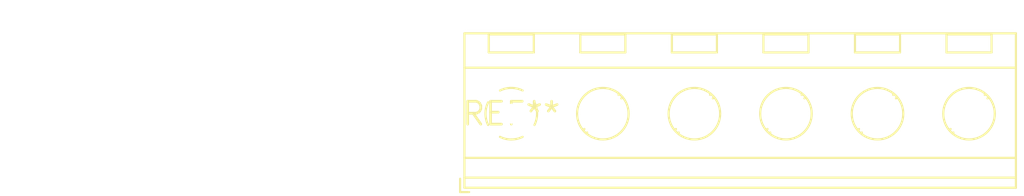
<source format=kicad_pcb>
(kicad_pcb (version 20240108) (generator pcbnew)
  (layers (0 "F.Cu" signal) (31 "B.Cu" signal) (34 "B.Paste" user) (35 "F.Paste" user) (36 "B.SilkS" user "B.Silkscreen") (37 "F.SilkS" user "F.Silkscreen") (38 "B.Mask" user) (39 "F.Mask" user) (44 "Edge.Cuts" user))
  (net 0 "")
  (footprint "TerminalBlock_RND_205-00236_1x06_P5.08mm_Horizontal" (layer "F.Cu") (at 0 0)
    (property "Reference" "REF**")
    (property "Value" "TerminalBlock_RND_205-00236_1x06_P5.08mm_Horizontal")
    (fp_line (start -2.84 3.61) (end -2.84 4.35) (layer "F.SilkS") (stroke (width 0.12)))
    (fp_line (start -2.84 4.35) (end -2.34 4.35) (layer "F.SilkS") (stroke (width 0.12)))
    (fp_line (start -2.6 -4.46) (end -2.6 4.11) (layer "F.SilkS") (stroke (width 0.12)))
    (fp_line (start -2.6 -4.46) (end 28 -4.46) (layer "F.SilkS") (stroke (width 0.12)))
    (fp_line (start -2.6 -2.55) (end 28 -2.55) (layer "F.SilkS") (stroke (width 0.12)))
    (fp_line (start -2.6 2.45) (end 28 2.45) (layer "F.SilkS") (stroke (width 0.12)))
    (fp_line (start -2.6 3.55) (end 28 3.55) (layer "F.SilkS") (stroke (width 0.12)))
    (fp_line (start -2.6 4.11) (end 28 4.11) (layer "F.SilkS") (stroke (width 0.12)))
    (fp_line (start -1.25 -4.4) (end -1.25 -3.4) (layer "F.SilkS") (stroke (width 0.12)))
    (fp_line (start -1.25 -4.4) (end 1.25 -4.4) (layer "F.SilkS") (stroke (width 0.12)))
    (fp_line (start -1.25 -3.4) (end 1.25 -3.4) (layer "F.SilkS") (stroke (width 0.12)))
    (fp_line (start 1.25 -4.4) (end 1.25 -3.4) (layer "F.SilkS") (stroke (width 0.12)))
    (fp_line (start 3.83 -4.4) (end 3.83 -3.4) (layer "F.SilkS") (stroke (width 0.12)))
    (fp_line (start 3.83 -4.4) (end 6.33 -4.4) (layer "F.SilkS") (stroke (width 0.12)))
    (fp_line (start 3.83 -3.4) (end 6.33 -3.4) (layer "F.SilkS") (stroke (width 0.12)))
    (fp_line (start 4.056 0.85) (end 3.996 0.91) (layer "F.SilkS") (stroke (width 0.12)))
    (fp_line (start 4.21 1.045) (end 4.17 1.085) (layer "F.SilkS") (stroke (width 0.12)))
    (fp_line (start 5.991 -1.085) (end 5.951 -1.045) (layer "F.SilkS") (stroke (width 0.12)))
    (fp_line (start 6.165 -0.91) (end 6.105 -0.851) (layer "F.SilkS") (stroke (width 0.12)))
    (fp_line (start 6.33 -4.4) (end 6.33 -3.4) (layer "F.SilkS") (stroke (width 0.12)))
    (fp_line (start 8.91 -4.4) (end 8.91 -3.4) (layer "F.SilkS") (stroke (width 0.12)))
    (fp_line (start 8.91 -4.4) (end 11.41 -4.4) (layer "F.SilkS") (stroke (width 0.12)))
    (fp_line (start 8.91 -3.4) (end 11.41 -3.4) (layer "F.SilkS") (stroke (width 0.12)))
    (fp_line (start 9.136 0.85) (end 9.076 0.91) (layer "F.SilkS") (stroke (width 0.12)))
    (fp_line (start 9.29 1.045) (end 9.25 1.085) (layer "F.SilkS") (stroke (width 0.12)))
    (fp_line (start 11.071 -1.085) (end 11.031 -1.045) (layer "F.SilkS") (stroke (width 0.12)))
    (fp_line (start 11.245 -0.91) (end 11.185 -0.851) (layer "F.SilkS") (stroke (width 0.12)))
    (fp_line (start 11.41 -4.4) (end 11.41 -3.4) (layer "F.SilkS") (stroke (width 0.12)))
    (fp_line (start 13.99 -4.4) (end 13.99 -3.4) (layer "F.SilkS") (stroke (width 0.12)))
    (fp_line (start 13.99 -4.4) (end 16.49 -4.4) (layer "F.SilkS") (stroke (width 0.12)))
    (fp_line (start 13.99 -3.4) (end 16.49 -3.4) (layer "F.SilkS") (stroke (width 0.12)))
    (fp_line (start 14.216 0.85) (end 14.156 0.91) (layer "F.SilkS") (stroke (width 0.12)))
    (fp_line (start 14.37 1.045) (end 14.33 1.085) (layer "F.SilkS") (stroke (width 0.12)))
    (fp_line (start 16.151 -1.085) (end 16.111 -1.045) (layer "F.SilkS") (stroke (width 0.12)))
    (fp_line (start 16.325 -0.91) (end 16.265 -0.851) (layer "F.SilkS") (stroke (width 0.12)))
    (fp_line (start 16.49 -4.4) (end 16.49 -3.4) (layer "F.SilkS") (stroke (width 0.12)))
    (fp_line (start 19.07 -4.4) (end 19.07 -3.4) (layer "F.SilkS") (stroke (width 0.12)))
    (fp_line (start 19.07 -4.4) (end 21.57 -4.4) (layer "F.SilkS") (stroke (width 0.12)))
    (fp_line (start 19.07 -3.4) (end 21.57 -3.4) (layer "F.SilkS") (stroke (width 0.12)))
    (fp_line (start 19.296 0.85) (end 19.236 0.91) (layer "F.SilkS") (stroke (width 0.12)))
    (fp_line (start 19.45 1.045) (end 19.41 1.085) (layer "F.SilkS") (stroke (width 0.12)))
    (fp_line (start 21.231 -1.085) (end 21.191 -1.045) (layer "F.SilkS") (stroke (width 0.12)))
    (fp_line (start 21.405 -0.91) (end 21.345 -0.851) (layer "F.SilkS") (stroke (width 0.12)))
    (fp_line (start 21.57 -4.4) (end 21.57 -3.4) (layer "F.SilkS") (stroke (width 0.12)))
    (fp_line (start 24.15 -4.4) (end 24.15 -3.4) (layer "F.SilkS") (stroke (width 0.12)))
    (fp_line (start 24.15 -4.4) (end 26.65 -4.4) (layer "F.SilkS") (stroke (width 0.12)))
    (fp_line (start 24.15 -3.4) (end 26.65 -3.4) (layer "F.SilkS") (stroke (width 0.12)))
    (fp_line (start 24.376 0.85) (end 24.316 0.91) (layer "F.SilkS") (stroke (width 0.12)))
    (fp_line (start 24.53 1.045) (end 24.49 1.085) (layer "F.SilkS") (stroke (width 0.12)))
    (fp_line (start 26.311 -1.085) (end 26.271 -1.045) (layer "F.SilkS") (stroke (width 0.12)))
    (fp_line (start 26.485 -0.91) (end 26.425 -0.851) (layer "F.SilkS") (stroke (width 0.12)))
    (fp_line (start 26.65 -4.4) (end 26.65 -3.4) (layer "F.SilkS") (stroke (width 0.12)))
    (fp_line (start 28 -4.46) (end 28 4.11) (layer "F.SilkS") (stroke (width 0.12)))
    (fp_arc (start -1.286611 0.626746) (mid -1.431146 -0.000697) (end -1.286 -0.628) (layer "F.SilkS") (stroke (width 0.12)))
    (fp_arc (start -0.627362 -1.285823) (mid -0.000201 -1.430707) (end 0.627 -1.286) (layer "F.SilkS") (stroke (width 0.12)))
    (fp_arc (start 0.02428 1.43094) (mid -0.310437 1.397071) (end -0.628 1.286) (layer "F.SilkS") (stroke (width 0.12)))
    (fp_arc (start 0.626871 1.285275) (mid 0.32168 1.393349) (end 0 1.43) (layer "F.SilkS") (stroke (width 0.12)))
    (fp_arc (start 1.285823 -0.627362) (mid 1.430707 -0.000201) (end 1.286 0.627) (layer "F.SilkS") (stroke (width 0.12)))
    (fp_circle (center 5.08 0) (end 6.51 0) (layer "F.SilkS") (stroke (width 0.12)) (fill none))
    (fp_circle (center 10.16 0) (end 11.59 0) (layer "F.SilkS") (stroke (width 0.12)) (fill none))
    (fp_circle (center 15.24 0) (end 16.67 0) (layer "F.SilkS") (stroke (width 0.12)) (fill none))
    (fp_circle (center 20.32 0) (end 21.75 0) (layer "F.SilkS") (stroke (width 0.12)) (fill none))
    (fp_circle (center 25.4 0) (end 26.83 0) (layer "F.SilkS") (stroke (width 0.12)) (fill none))
    (pad "1" thru_hole rect (at 0 0) (size 2.1 2.1) (drill 1.1) (layers *.Cu *.Mask) (remove_unused_layers))
    (pad "2" thru_hole circle (at 5.08 0) (size 2.1 2.1) (drill 1.1) (layers *.Cu *.Mask) (remove_unused_layers))
    (pad "3" thru_hole circle (at 10.16 0) (size 2.1 2.1) (drill 1.1) (layers *.Cu *.Mask) (remove_unused_layers))
    (pad "4" thru_hole circle (at 15.24 0) (size 2.1 2.1) (drill 1.1) (layers *.Cu *.Mask) (remove_unused_layers))
    (pad "5" thru_hole circle (at 20.32 0) (size 2.1 2.1) (drill 1.1) (layers *.Cu *.Mask) (remove_unused_layers))
    (pad "6" thru_hole circle (at 25.4 0) (size 2.1 2.1) (drill 1.1) (layers *.Cu *.Mask) (remove_unused_layers))
  )
)
</source>
